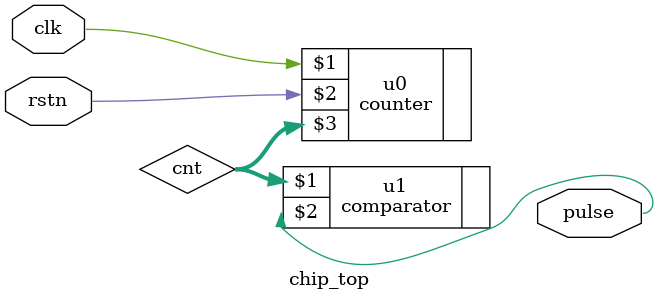
<source format=v>
module chip_top(
input clk,rstn,
output pulse
);
wire [3:0] cnt;
counter u0(clk,rstn,cnt);
comparator u1(cnt,pulse);

endmodule

</source>
